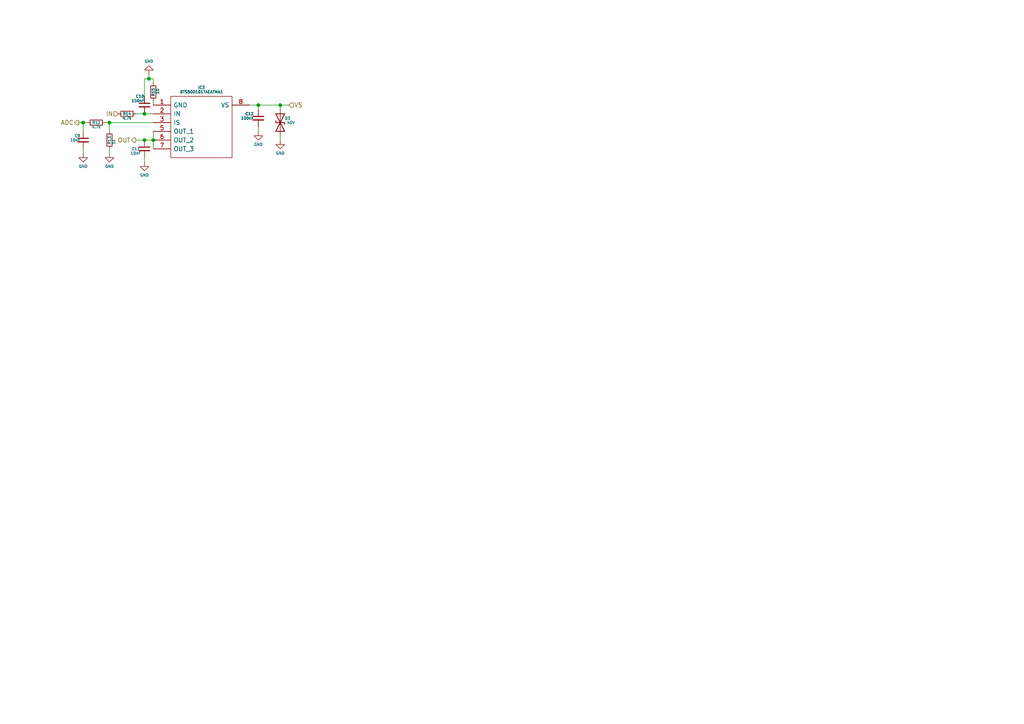
<source format=kicad_sch>
(kicad_sch (version 20211123) (generator eeschema)
  (paper "A4")
  (lib_symbols
    (symbol "Device:C_Small" (pin_numbers hide) (pin_names (offset 0.254) hide)
      (property "Reference" "C" (at 0.254 1.778 0))
      (property "Value" "C_Small" (at 0.254 -2.032 0))
      (symbol "C_Small_0_1"
        (polyline (pts (xy -1.524 -0.508) (xy 1.524 -0.508)) (stroke (width 0.3302)))
        (polyline (pts (xy -1.524 0.508) (xy 1.524 0.508)) (stroke (width 0.3048)))
      )
      (symbol "C_Small_1_1"
        (pin passive line (at 0 2.54 270) (length 2.032) (name "~") (number "1"))
        (pin passive line (at 0 -2.54 90) (length 2.032) (name "~") (number "2"))
      )
    )
    (symbol "Device:D_TVS" (pin_numbers hide) (pin_names (offset 1.016) hide)
      (property "Reference" "D" (at 0 2.54 0))
      (property "Value" "D_TVS" (at 0 -2.54 0))
      (symbol "D_TVS_0_1"
        (polyline (pts (xy 1.27 0) (xy -1.27 0)))
        (polyline (pts (xy 0.508 1.27) (xy 0 1.27) (xy 0 -1.27) (xy -0.508 -1.27)) (stroke (width 0.254)))
        (polyline (pts (xy -2.54 1.27) (xy -2.54 -1.27) (xy 2.54 1.27) (xy 2.54 -1.27) (xy -2.54 1.27)) (stroke (width 0.254)))
      )
      (symbol "D_TVS_1_1"
        (pin passive line (at -3.81 0 0) (length 2.54) (name "A1") (number "1"))
        (pin passive line (at 3.81 0 180) (length 2.54) (name "A2") (number "2"))
      )
    )
    (symbol "Device:R_Small" (pin_numbers hide) (pin_names (offset 0.254) hide)
      (property "Reference" "R" (at 0.762 0.508 0))
      (property "Value" "R_Small" (at 0.762 -1.016 0))
      (symbol "R_Small_0_1"
        (rectangle (start -0.762 1.778) (end 0.762 -1.778) (stroke (width 0.2032)))
      )
      (symbol "R_Small_1_1"
        (pin passive line (at 0 2.54 270) (length 0.762) (name "~") (number "1"))
        (pin passive line (at 0 -2.54 90) (length 0.762) (name "~") (number "2"))
      )
    )
    (symbol "PDM_additional:BTS500101TAEATMA1" (pin_names (offset 0.762))
      (property "Reference" "IC" (at 24.13 7.62 0))
      (property "Value" "BTS500101TAEATMA1" (at 24.13 5.08 0))
      (symbol "BTS500101TAEATMA1_0_0"
        (pin passive line (at 0 0 0) (length 5.08) (name "GND") (number "1"))
        (pin passive line (at 0 -2.54 0) (length 5.08) (name "IN") (number "2"))
        (pin passive line (at 0 -5.08 0) (length 5.08) (name "IS") (number "3"))
        (pin passive line (at 0 -7.62 0) (length 5.08) (name "OUT_1") (number "5"))
        (pin passive line (at 0 -10.16 0) (length 5.08) (name "OUT_2") (number "6"))
        (pin passive line (at 0 -12.7 0) (length 5.08) (name "OUT_3") (number "7"))
        (pin passive line (at 27.94 0 180) (length 5.08) (name "VS") (number "8"))
      )
      (symbol "BTS500101TAEATMA1_0_1"
        (polyline (pts (xy 5.08 2.54) (xy 22.86 2.54) (xy 22.86 -15.24) (xy 5.08 -15.24) (xy 5.08 2.54)) (stroke (width 0.1524)))
      )
    )
    (symbol "power:GND" (power) (pin_names (offset 0))
      (property "Value" "GND" (at 0 -3.81 0))
      (symbol "GND_0_1"
        (polyline (pts (xy 0 0) (xy 0 -1.27) (xy 1.27 -1.27) (xy 0 -2.54) (xy -1.27 -1.27) (xy 0 -1.27)))
      )
      (symbol "GND_1_1"
        (pin power_in line (at 0 0 270) (length 0) hide (name "GND") (number "1"))
      )
    )
  )
  (junction (at 74.93 30.48))
  (junction (at 31.75 35.56))
  (junction (at 41.91 33.02))
  (junction (at 41.91 40.64))
  (junction (at 81.28 30.48))
  (junction (at 24.13 35.56))
  (junction (at 44.45 40.64))
  (junction (at 43.18 22.86))
  (wire (pts (xy 44.45 24.13) (xy 44.45 22.86)))
  (wire (pts (xy 39.37 33.02) (xy 41.91 33.02)))
  (wire (pts (xy 41.91 45.72) (xy 41.91 46.99)))
  (wire (pts (xy 74.93 36.83) (xy 74.93 38.1)))
  (wire (pts (xy 31.75 38.1) (xy 31.75 35.56)))
  (wire (pts (xy 31.75 43.18) (xy 31.75 44.45)))
  (wire (pts (xy 24.13 43.18) (xy 24.13 44.45)))
  (wire (pts (xy 41.91 22.86) (xy 41.91 27.94)))
  (wire (pts (xy 43.18 21.59) (xy 43.18 22.86)))
  (wire (pts (xy 44.45 40.64) (xy 44.45 43.18)))
  (wire (pts (xy 44.45 29.21) (xy 44.45 30.48)))
  (wire (pts (xy 30.48 35.56) (xy 31.75 35.56)))
  (wire (pts (xy 74.93 30.48) (xy 74.93 31.75)))
  (wire (pts (xy 74.93 30.48) (xy 81.28 30.48)))
  (wire (pts (xy 81.28 30.48) (xy 81.28 31.75)))
  (wire (pts (xy 44.45 22.86) (xy 43.18 22.86)))
  (wire (pts (xy 39.37 40.64) (xy 41.91 40.64)))
  (wire (pts (xy 22.86 35.56) (xy 24.13 35.56)))
  (wire (pts (xy 81.28 30.48) (xy 83.82 30.48)))
  (wire (pts (xy 81.28 39.37) (xy 81.28 40.64)))
  (wire (pts (xy 41.91 33.02) (xy 44.45 33.02)))
  (wire (pts (xy 31.75 35.56) (xy 44.45 35.56)))
  (wire (pts (xy 43.18 22.86) (xy 41.91 22.86)))
  (wire (pts (xy 41.91 40.64) (xy 44.45 40.64)))
  (wire (pts (xy 72.39 30.48) (xy 74.93 30.48)))
  (wire (pts (xy 24.13 38.1) (xy 24.13 35.56)))
  (wire (pts (xy 24.13 35.56) (xy 25.4 35.56)))
  (wire (pts (xy 44.45 38.1) (xy 44.45 40.64)))
  (hierarchical_label "IN" (shape input) (at 34.29 33.02 180))
  (hierarchical_label "OUT" (shape output) (at 39.37 40.64 180))
  (hierarchical_label "VS" (shape input) (at 83.82 30.48 0))
  (hierarchical_label "ADC" (shape output) (at 22.86 35.56 180))
  (symbol (lib_id "Device:C_Small") (at 24.13 40.64 0) (unit 1)
    (property "Reference" "C9" (at 21.59 39.37 0) (effects (font (size 0.8 0.8)) (justify left)))
    (property "Value" "10nF" (at 20.32 40.64 0) (effects (font (size 0.8 0.8)) (justify left)))
    (property "Footprint" "Capacitor_SMD:C_0402_1005Metric" (effects hide))
  )
  (symbol (lib_id "power:GND") (at 74.93 38.1 0) (unit 1)
    (property "Reference" "#PWR0111" (effects hide))
    (property "Value" "GND" (at 74.93 41.91 0) (effects (font (size 0.8 0.8))))
  )
  (symbol (lib_id "power:GND") (at 81.28 40.64 0) (unit 1)
    (property "Reference" "#PWR0112" (effects hide))
    (property "Value" "GND" (at 81.28 44.45 0) (effects (font (size 0.8 0.8))))
  )
  (symbol (lib_id "PDM_additional:BTS500101TAEATMA1") (at 44.45 30.48 0) (unit 1)
    (property "Reference" "IC3" (at 58.42 25.4 0) (effects (font (size 0.8 0.8))))
    (property "Value" "BTS500101TAEATMA1" (at 58.42 26.67 0) (effects (font (size 0.8 0.8))))
    (property "Footprint" "PDM_Additional:PG-TO263-7-3_3" (effects hide))
    (property "Datasheet" "https://www.infineon.com/dgdl/Infineon-BTS50010-1TAE-DS-v01_00-EN.pdf?fileId=5546d46264a8de7e0164b1f26319144f" (effects hide))
    (property "Description" "Power Switch ICs - Power Distribution" (effects hide))
    (property "Manufacturer_Name" "Infineon" (effects hide))
    (property "Manufacturer_Part_Number" "BTS500101TAEATMA1" (effects hide))
    (property "Mouser Part Number" "726-BTS500101TAEATMA" (effects hide))
    (property "Mouser Price/Stock" "https://www.mouser.co.uk/ProductDetail/Infineon-Technologies/BTS500101TAEATMA1?qs=qSfuJ%252Bfl%2Fd4tWJt8ovqZFg%3D%3D" (effects hide))
    (property "Arrow Part Number" "BTS500101TAEATMA1" (effects hide))
    (property "Arrow Price/Stock" "https://www.arrow.com/en/products/bts500101taeatma1/infineon-technologies-ag" (effects hide))
  )
  (symbol (lib_id "Device:R_Small") (at 27.94 35.56 90) (unit 1)
    (property "Reference" "R12" (at 27.94 35.56 90) (effects (font (size 0.8 0.8))))
    (property "Value" "4.7k" (at 27.94 36.83 90) (effects (font (size 0.8 0.8))))
    (property "Footprint" "Resistor_SMD:R_0402_1005Metric" (effects hide))
  )
  (symbol (lib_id "power:GND") (at 43.18 21.59 180) (unit 1)
    (property "Reference" "#PWR0113" (effects hide))
    (property "Value" "GND" (at 43.18 17.78 0) (effects (font (size 0.8 0.8))))
  )
  (symbol (lib_id "Device:R_Small") (at 44.45 26.67 0) (unit 1)
    (property "Reference" "R15" (at 44.45 27.94 90) (effects (font (size 0.8 0.8)) (justify left)))
    (property "Value" "10" (at 45.72 27.305 90) (effects (font (size 0.8 0.8)) (justify left)))
    (property "Footprint" "Resistor_SMD:R_0402_1005Metric" (effects hide))
  )
  (symbol (lib_id "power:GND") (at 31.75 44.45 0) (unit 1)
    (property "Reference" "#PWR0110" (effects hide))
    (property "Value" "GND" (at 31.75 48.26 0) (effects (font (size 0.8 0.8))))
  )
  (symbol (lib_id "Device:C_Small") (at 74.93 34.29 0) (unit 1)
    (property "Reference" "C12" (at 71.12 33.02 0) (effects (font (size 0.8 0.8)) (justify left)))
    (property "Value" "100nF" (at 69.85 34.29 0) (effects (font (size 0.8 0.8)) (justify left)))
    (property "Footprint" "Capacitor_SMD:C_0805_2012Metric" (effects hide))
  )
  (symbol (lib_id "power:GND") (at 24.13 44.45 0) (unit 1)
    (property "Reference" "#PWR0109" (effects hide))
    (property "Value" "GND" (at 24.13 48.26 0) (effects (font (size 0.8 0.8))))
  )
  (symbol (lib_id "Device:C_Small") (at 41.91 43.18 0) (unit 1)
    (property "Reference" "C11" (at 39.37 43.18 0) (effects (font (size 0.8 0.8))))
    (property "Value" "10nF" (at 39.37 44.45 0) (effects (font (size 0.8 0.8))))
    (property "Footprint" "Capacitor_SMD:C_0402_1005Metric" (effects hide))
  )
  (symbol (lib_id "Device:D_TVS") (at 81.28 35.56 90) (unit 1)
    (property "Reference" "D3" (at 82.55 34.29 90) (effects (font (size 0.8 0.8)) (justify right)))
    (property "Value" "40V" (at 83.185 35.56 90) (effects (font (size 0.8 0.8)) (justify right)))
    (property "Footprint" "Diode_SMD:D_0805_2012Metric" (effects hide))
  )
  (symbol (lib_id "Device:C_Small") (at 41.91 30.48 0) (unit 1)
    (property "Reference" "C10" (at 39.37 27.94 0) (effects (font (size 0.8 0.8)) (justify left)))
    (property "Value" "150nF" (at 38.1 29.21 0) (effects (font (size 0.8 0.8)) (justify left)))
    (property "Footprint" "Capacitor_SMD:C_0805_2012Metric" (effects hide))
  )
  (symbol (lib_id "Device:R_Small") (at 36.83 33.02 90) (unit 1)
    (property "Reference" "R14" (at 36.83 33.02 90) (effects (font (size 0.8 0.8))))
    (property "Value" "4.7k" (at 36.83 34.29 90) (effects (font (size 0.8 0.8))))
    (property "Footprint" "Resistor_SMD:R_0402_1005Metric" (effects hide))
  )
  (symbol (lib_id "power:GND") (at 41.91 46.99 0) (unit 1)
    (property "Reference" "#PWR0108" (effects hide))
    (property "Value" "GND" (at 41.91 50.8 0) (effects (font (size 0.8 0.8))))
  )
  (symbol (lib_id "Device:R_Small") (at 31.75 40.64 0) (unit 1)
    (property "Reference" "R13" (at 31.75 41.91 90) (effects (font (size 0.8 0.8)) (justify left)))
    (property "Value" "1k" (at 33.02 41.91 90) (effects (font (size 0.8 0.8)) (justify left)))
    (property "Footprint" "Resistor_SMD:R_0402_1005Metric" (effects hide))
  )
)
</source>
